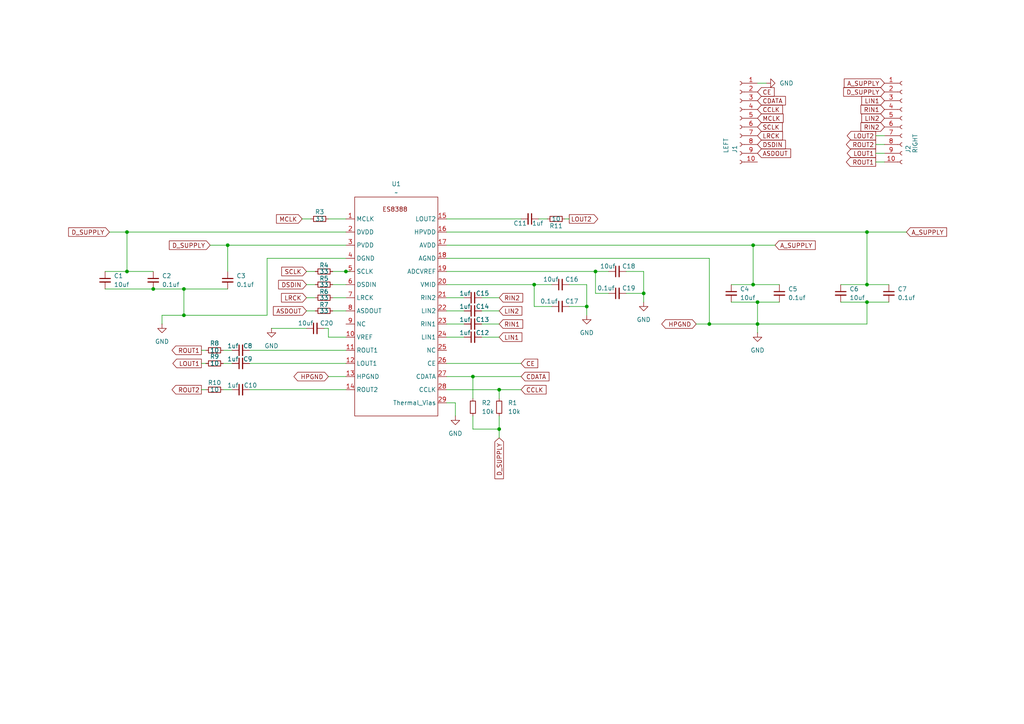
<source format=kicad_sch>
(kicad_sch (version 20231120) (generator "eeschema") (generator_version "8.0")
  (paper "A4")
  (lib_symbols
    (symbol "BreadModular_Symbols:ES8388"
      (property "Reference" "U" (at 0 0 0))
      (symbol "ES8388_0_1"
        (rectangle (start -11.43 24.13) (end 12.7 -39.37))
      )
      (symbol "ES8388_1_1"
        (text "ES8388" (at 0.254 20.574 0) (effects (font (size 1.27 1.27))))
        (pin input line (at -13.97 17.78 0) (length 2.54) (name "MCLK") (number "1"))
        (pin input line (at -13.97 -16.51 0) (length 2.54) (name "VREF") (number "10"))
        (pin input line (at -13.97 -20.32 0) (length 2.54) (name "ROUT1") (number "11"))
        (pin input line (at -13.97 -24.13 0) (length 2.54) (name "LOUT1") (number "12"))
        (pin input line (at -13.97 -27.94 0) (length 2.54) (name "HPGND") (number "13"))
        (pin input line (at -13.97 -31.75 0) (length 2.54) (name "ROUT2") (number "14"))
        (pin input line (at 15.24 17.78 180) (length 2.54) (name "LOUT2") (number "15"))
        (pin input line (at 15.24 13.97 180) (length 2.54) (name "HPVDD") (number "16"))
        (pin input line (at 15.24 10.16 180) (length 2.54) (name "AVDD") (number "17"))
        (pin input line (at 15.24 6.35 180) (length 2.54) (name "AGND") (number "18"))
        (pin input line (at 15.24 2.54 180) (length 2.54) (name "ADCVREF") (number "19"))
        (pin input line (at -13.97 13.97 0) (length 2.54) (name "DVDD") (number "2"))
        (pin input line (at 15.24 -1.27 180) (length 2.54) (name "VMID") (number "20"))
        (pin input line (at 15.24 -5.08 180) (length 2.54) (name "RIN2") (number "21"))
        (pin input line (at 15.24 -8.89 180) (length 2.54) (name "LIN2") (number "22"))
        (pin input line (at 15.24 -12.7 180) (length 2.54) (name "RIN1") (number "23"))
        (pin input line (at 15.24 -16.51 180) (length 2.54) (name "LIN1") (number "24"))
        (pin input line (at 15.24 -20.32 180) (length 2.54) (name "NC") (number "25"))
        (pin input line (at 15.24 -24.13 180) (length 2.54) (name "CE") (number "26"))
        (pin input line (at 15.24 -27.94 180) (length 2.54) (name "CDATA") (number "27"))
        (pin input line (at 15.24 -31.75 180) (length 2.54) (name "CCLK") (number "28"))
        (pin input line (at 15.24 -35.56 180) (length 2.54) (name "Thermal_Vias") (number "29"))
        (pin input line (at -13.97 10.16 0) (length 2.54) (name "PVDD") (number "3"))
        (pin input line (at -13.97 6.35 0) (length 2.54) (name "DGND") (number "4"))
        (pin input line (at -13.97 2.54 0) (length 2.54) (name "SCLK") (number "5"))
        (pin input line (at -13.97 -1.27 0) (length 2.54) (name "DSDIN") (number "6"))
        (pin input line (at -13.97 -5.08 0) (length 2.54) (name "LRCK") (number "7"))
        (pin input line (at -13.97 -8.89 0) (length 2.54) (name "ASDOUT") (number "8"))
        (pin input line (at -13.97 -12.7 0) (length 2.54) (name "NC") (number "9"))
      )
    )
    (symbol "Connector:Conn_01x10_Socket" (pin_names (offset 1.016) hide)
      (property "Reference" "J" (at 0 12.7 0))
      (property "Value" "Conn_01x10_Socket" (at 0 -15.24 0))
      (symbol "Conn_01x10_Socket_1_1"
        (arc (start 0 -12.192) (mid -0.5058 -12.7) (end 0 -13.208) (stroke (width 0.1524)))
        (arc (start 0 -9.652) (mid -0.5058 -10.16) (end 0 -10.668) (stroke (width 0.1524)))
        (arc (start 0 -7.112) (mid -0.5058 -7.62) (end 0 -8.128) (stroke (width 0.1524)))
        (arc (start 0 -4.572) (mid -0.5058 -5.08) (end 0 -5.588) (stroke (width 0.1524)))
        (arc (start 0 -2.032) (mid -0.5058 -2.54) (end 0 -3.048) (stroke (width 0.1524)))
        (polyline (pts (xy -1.27 -12.7) (xy -0.508 -12.7)) (stroke (width 0.1524)))
        (polyline (pts (xy -1.27 -10.16) (xy -0.508 -10.16)) (stroke (width 0.1524)))
        (polyline (pts (xy -1.27 -7.62) (xy -0.508 -7.62)) (stroke (width 0.1524)))
        (polyline (pts (xy -1.27 -5.08) (xy -0.508 -5.08)) (stroke (width 0.1524)))
        (polyline (pts (xy -1.27 -2.54) (xy -0.508 -2.54)) (stroke (width 0.1524)))
        (polyline (pts (xy -1.27 0) (xy -0.508 0)) (stroke (width 0.1524)))
        (polyline (pts (xy -1.27 2.54) (xy -0.508 2.54)) (stroke (width 0.1524)))
        (polyline (pts (xy -1.27 5.08) (xy -0.508 5.08)) (stroke (width 0.1524)))
        (polyline (pts (xy -1.27 7.62) (xy -0.508 7.62)) (stroke (width 0.1524)))
        (polyline (pts (xy -1.27 10.16) (xy -0.508 10.16)) (stroke (width 0.1524)))
        (arc (start 0 0.508) (mid -0.5058 0) (end 0 -0.508) (stroke (width 0.1524)))
        (arc (start 0 3.048) (mid -0.5058 2.54) (end 0 2.032) (stroke (width 0.1524)))
        (arc (start 0 5.588) (mid -0.5058 5.08) (end 0 4.572) (stroke (width 0.1524)))
        (arc (start 0 8.128) (mid -0.5058 7.62) (end 0 7.112) (stroke (width 0.1524)))
        (arc (start 0 10.668) (mid -0.5058 10.16) (end 0 9.652) (stroke (width 0.1524)))
        (pin passive line (at -5.08 10.16 0) (length 3.81) (name "Pin_1") (number "1"))
        (pin passive line (at -5.08 -12.7 0) (length 3.81) (name "Pin_10") (number "10"))
        (pin passive line (at -5.08 7.62 0) (length 3.81) (name "Pin_2") (number "2"))
        (pin passive line (at -5.08 5.08 0) (length 3.81) (name "Pin_3") (number "3"))
        (pin passive line (at -5.08 2.54 0) (length 3.81) (name "Pin_4") (number "4"))
        (pin passive line (at -5.08 0 0) (length 3.81) (name "Pin_5") (number "5"))
        (pin passive line (at -5.08 -2.54 0) (length 3.81) (name "Pin_6") (number "6"))
        (pin passive line (at -5.08 -5.08 0) (length 3.81) (name "Pin_7") (number "7"))
        (pin passive line (at -5.08 -7.62 0) (length 3.81) (name "Pin_8") (number "8"))
        (pin passive line (at -5.08 -10.16 0) (length 3.81) (name "Pin_9") (number "9"))
      )
    )
    (symbol "Device:C_Small" (pin_numbers hide) (pin_names (offset 0.254) hide)
      (property "Reference" "C" (at 0.254 1.778 0))
      (property "Value" "C_Small" (at 0.254 -2.032 0))
      (symbol "C_Small_0_1"
        (polyline (pts (xy -1.524 -0.508) (xy 1.524 -0.508)) (stroke (width 0.3302)))
        (polyline (pts (xy -1.524 0.508) (xy 1.524 0.508)) (stroke (width 0.3048)))
      )
      (symbol "C_Small_1_1"
        (pin passive line (at 0 2.54 270) (length 2.032) (name "~") (number "1"))
        (pin passive line (at 0 -2.54 90) (length 2.032) (name "~") (number "2"))
      )
    )
    (symbol "Device:R_Small" (pin_numbers hide) (pin_names (offset 0.254) hide)
      (property "Reference" "R" (at 0.762 0.508 0))
      (property "Value" "R_Small" (at 0.762 -1.016 0))
      (symbol "R_Small_0_1"
        (rectangle (start -0.762 1.778) (end 0.762 -1.778) (stroke (width 0.2032)))
      )
      (symbol "R_Small_1_1"
        (pin passive line (at 0 2.54 270) (length 0.762) (name "~") (number "1"))
        (pin passive line (at 0 -2.54 90) (length 0.762) (name "~") (number "2"))
      )
    )
    (symbol "power:GND" (power) (pin_numbers hide) (pin_names (offset 0) hide)
      (property "Value" "GND" (at 0 -3.81 0))
      (symbol "GND_0_1"
        (polyline (pts (xy 0 0) (xy 0 -1.27) (xy 1.27 -1.27) (xy 0 -2.54) (xy -1.27 -1.27) (xy 0 -1.27)))
      )
      (symbol "GND_1_1"
        (pin power_in line (at 0 0 270) (length 0) (name "~") (number "1"))
      )
    )
  )
  (junction (at 144.78 113.03))
  (junction (at 44.45 83.82))
  (junction (at 144.78 124.46))
  (junction (at 170.18 88.9))
  (junction (at 66.04 71.12))
  (junction (at 53.34 83.82))
  (junction (at 186.69 85.09))
  (junction (at 218.44 71.12))
  (junction (at 36.83 67.31))
  (junction (at 251.46 87.63))
  (junction (at 53.34 91.44))
  (junction (at 251.46 67.31))
  (junction (at 218.44 82.55))
  (junction (at 219.71 93.98))
  (junction (at 154.94 82.55))
  (junction (at 100.33 78.74))
  (junction (at 219.71 87.63))
  (junction (at 137.16 109.22))
  (junction (at 36.83 78.74))
  (junction (at 205.74 93.98))
  (junction (at 251.46 82.55))
  (junction (at 172.72 78.74))
  (wire (pts (xy 88.9 82.55) (xy 91.44 82.55)))
  (wire (pts (xy 176.53 85.09) (xy 172.72 85.09)))
  (wire (pts (xy 144.78 97.79) (xy 139.7 97.79)))
  (wire (pts (xy 172.72 85.09) (xy 172.72 78.74)))
  (wire (pts (xy 134.62 86.36) (xy 129.54 86.36)))
  (wire (pts (xy 205.74 93.98) (xy 219.71 93.98)))
  (wire (pts (xy 129.54 67.31) (xy 251.46 67.31)))
  (wire (pts (xy 144.78 90.17) (xy 139.7 90.17)))
  (wire (pts (xy 156.21 63.5) (xy 158.75 63.5)))
  (wire (pts (xy 137.16 109.22) (xy 151.13 109.22)))
  (wire (pts (xy 129.54 74.93) (xy 205.74 74.93)))
  (wire (pts (xy 243.84 87.63) (xy 251.46 87.63)))
  (wire (pts (xy 88.9 90.17) (xy 91.44 90.17)))
  (wire (pts (xy 137.16 124.46) (xy 144.78 124.46)))
  (wire (pts (xy 93.98 95.25) (xy 95.25 95.25)))
  (wire (pts (xy 95.25 109.22) (xy 100.33 109.22)))
  (wire (pts (xy 96.52 82.55) (xy 100.33 82.55)))
  (wire (pts (xy 53.34 83.82) (xy 66.04 83.82)))
  (wire (pts (xy 144.78 86.36) (xy 139.7 86.36)))
  (wire (pts (xy 205.74 74.93) (xy 205.74 93.98)))
  (wire (pts (xy 30.48 78.74) (xy 36.83 78.74)))
  (wire (pts (xy 154.94 88.9) (xy 154.94 82.55)))
  (wire (pts (xy 60.96 71.12) (xy 66.04 71.12)))
  (wire (pts (xy 134.62 97.79) (xy 129.54 97.79)))
  (wire (pts (xy 96.52 90.17) (xy 100.33 90.17)))
  (wire (pts (xy 144.78 113.03) (xy 151.13 113.03)))
  (wire (pts (xy 95.25 95.25) (xy 95.25 97.79)))
  (wire (pts (xy 58.42 101.6) (xy 59.69 101.6)))
  (wire (pts (xy 95.25 97.79) (xy 100.33 97.79)))
  (wire (pts (xy 251.46 93.98) (xy 219.71 93.98)))
  (wire (pts (xy 53.34 83.82) (xy 53.34 91.44)))
  (wire (pts (xy 95.25 63.5) (xy 100.33 63.5)))
  (wire (pts (xy 219.71 87.63) (xy 226.06 87.63)))
  (wire (pts (xy 144.78 93.98) (xy 139.7 93.98)))
  (wire (pts (xy 129.54 71.12) (xy 218.44 71.12)))
  (wire (pts (xy 144.78 124.46) (xy 144.78 127)))
  (wire (pts (xy 251.46 67.31) (xy 251.46 82.55)))
  (wire (pts (xy 87.63 63.5) (xy 90.17 63.5)))
  (wire (pts (xy 77.47 74.93) (xy 100.33 74.93)))
  (wire (pts (xy 134.62 90.17) (xy 129.54 90.17)))
  (wire (pts (xy 251.46 87.63) (xy 251.46 93.98)))
  (wire (pts (xy 218.44 71.12) (xy 218.44 82.55)))
  (wire (pts (xy 46.99 93.98) (xy 46.99 91.44)))
  (wire (pts (xy 53.34 91.44) (xy 77.47 91.44)))
  (wire (pts (xy 67.31 101.6) (xy 64.77 101.6)))
  (wire (pts (xy 44.45 83.82) (xy 53.34 83.82)))
  (wire (pts (xy 96.52 78.74) (xy 100.33 78.74)))
  (wire (pts (xy 72.39 113.03) (xy 100.33 113.03)))
  (wire (pts (xy 88.9 86.36) (xy 91.44 86.36)))
  (wire (pts (xy 129.54 105.41) (xy 151.13 105.41)))
  (wire (pts (xy 254 41.91) (xy 256.54 41.91)))
  (wire (pts (xy 243.84 82.55) (xy 251.46 82.55)))
  (wire (pts (xy 172.72 78.74) (xy 176.53 78.74)))
  (wire (pts (xy 219.71 87.63) (xy 219.71 93.98)))
  (wire (pts (xy 96.52 86.36) (xy 100.33 86.36)))
  (wire (pts (xy 144.78 115.57) (xy 144.78 113.03)))
  (wire (pts (xy 137.16 109.22) (xy 137.16 115.57)))
  (wire (pts (xy 219.71 24.13) (xy 222.25 24.13)))
  (wire (pts (xy 31.75 67.31) (xy 36.83 67.31)))
  (wire (pts (xy 46.99 91.44) (xy 53.34 91.44)))
  (wire (pts (xy 129.54 113.03) (xy 144.78 113.03)))
  (wire (pts (xy 129.54 109.22) (xy 137.16 109.22)))
  (wire (pts (xy 154.94 82.55) (xy 129.54 82.55)))
  (wire (pts (xy 66.04 71.12) (xy 66.04 78.74)))
  (wire (pts (xy 160.02 88.9) (xy 154.94 88.9)))
  (wire (pts (xy 254 39.37) (xy 256.54 39.37)))
  (wire (pts (xy 66.04 71.12) (xy 100.33 71.12)))
  (wire (pts (xy 186.69 78.74) (xy 186.69 85.09)))
  (wire (pts (xy 254 46.99) (xy 256.54 46.99)))
  (wire (pts (xy 219.71 96.52) (xy 219.71 93.98)))
  (wire (pts (xy 160.02 82.55) (xy 154.94 82.55)))
  (wire (pts (xy 181.61 78.74) (xy 186.69 78.74)))
  (wire (pts (xy 132.08 116.84) (xy 132.08 120.65)))
  (wire (pts (xy 186.69 85.09) (xy 186.69 87.63)))
  (wire (pts (xy 72.39 101.6) (xy 100.33 101.6)))
  (wire (pts (xy 88.9 78.74) (xy 91.44 78.74)))
  (wire (pts (xy 170.18 82.55) (xy 170.18 88.9)))
  (wire (pts (xy 129.54 78.74) (xy 172.72 78.74)))
  (wire (pts (xy 224.79 71.12) (xy 218.44 71.12)))
  (wire (pts (xy 36.83 67.31) (xy 100.33 67.31)))
  (wire (pts (xy 144.78 120.65) (xy 144.78 124.46)))
  (wire (pts (xy 67.31 113.03) (xy 64.77 113.03)))
  (wire (pts (xy 251.46 82.55) (xy 257.81 82.55)))
  (wire (pts (xy 212.09 87.63) (xy 219.71 87.63)))
  (wire (pts (xy 218.44 82.55) (xy 226.06 82.55)))
  (wire (pts (xy 165.1 63.5) (xy 163.83 63.5)))
  (wire (pts (xy 254 44.45) (xy 256.54 44.45)))
  (wire (pts (xy 201.93 93.98) (xy 205.74 93.98)))
  (wire (pts (xy 181.61 85.09) (xy 186.69 85.09)))
  (wire (pts (xy 36.83 78.74) (xy 44.45 78.74)))
  (wire (pts (xy 251.46 87.63) (xy 257.81 87.63)))
  (wire (pts (xy 170.18 88.9) (xy 170.18 91.44)))
  (wire (pts (xy 36.83 67.31) (xy 36.83 78.74)))
  (wire (pts (xy 212.09 82.55) (xy 218.44 82.55)))
  (wire (pts (xy 134.62 93.98) (xy 129.54 93.98)))
  (wire (pts (xy 251.46 67.31) (xy 262.89 67.31)))
  (wire (pts (xy 137.16 120.65) (xy 137.16 124.46)))
  (wire (pts (xy 165.1 82.55) (xy 170.18 82.55)))
  (wire (pts (xy 58.42 105.41) (xy 59.69 105.41)))
  (wire (pts (xy 151.13 63.5) (xy 129.54 63.5)))
  (wire (pts (xy 72.39 105.41) (xy 100.33 105.41)))
  (wire (pts (xy 67.31 105.41) (xy 64.77 105.41)))
  (wire (pts (xy 129.54 116.84) (xy 132.08 116.84)))
  (wire (pts (xy 78.74 95.25) (xy 88.9 95.25)))
  (wire (pts (xy 77.47 91.44) (xy 77.47 74.93)))
  (wire (pts (xy 100.33 78.74) (xy 101.6 78.74)))
  (wire (pts (xy 165.1 88.9) (xy 170.18 88.9)))
  (wire (pts (xy 30.48 83.82) (xy 44.45 83.82)))
  (wire (pts (xy 58.42 113.03) (xy 59.69 113.03)))
  (global_label "RIN1" (shape input) (at 256.54 31.75 180) (property "Intersheetrefs" "${INTERSHEET_REFS}" (effects (hide yes))))
  (global_label "DSDIN" (shape input) (at 219.71 41.91 0) (property "Intersheetrefs" "${INTERSHEET_REFS}" (effects (hide yes))))
  (global_label "ROUT1" (shape output) (at 254 46.99 180) (property "Intersheetrefs" "${INTERSHEET_REFS}" (effects (hide yes))))
  (global_label "LIN2" (shape input) (at 144.78 90.17 0) (property "Intersheetrefs" "${INTERSHEET_REFS}" (effects (hide yes))))
  (global_label "LOUT2" (shape output) (at 165.1 63.5 0) (property "Intersheetrefs" "${INTERSHEET_REFS}" (effects (hide yes))))
  (global_label "ASDOUT" (shape input) (at 88.9 90.17 180) (property "Intersheetrefs" "${INTERSHEET_REFS}" (effects (hide yes))))
  (global_label "HPGND" (shape bidirectional) (at 201.93 93.98 180) (property "Intersheetrefs" "${INTERSHEET_REFS}" (effects (hide yes))))
  (global_label "A_SUPPLY" (shape input) (at 256.54 24.13 180) (property "Intersheetrefs" "${INTERSHEET_REFS}" (effects (hide yes))))
  (global_label "ROUT2" (shape output) (at 58.42 113.03 180) (property "Intersheetrefs" "${INTERSHEET_REFS}" (effects (hide yes))))
  (global_label "MCLK" (shape input) (at 219.71 34.29 0) (property "Intersheetrefs" "${INTERSHEET_REFS}" (effects (hide yes))))
  (global_label "MCLK" (shape input) (at 87.63 63.5 180) (property "Intersheetrefs" "${INTERSHEET_REFS}" (effects (hide yes))))
  (global_label "RIN1" (shape input) (at 144.78 93.98 0) (property "Intersheetrefs" "${INTERSHEET_REFS}" (effects (hide yes))))
  (global_label "LOUT2" (shape output) (at 254 39.37 180) (property "Intersheetrefs" "${INTERSHEET_REFS}" (effects (hide yes))))
  (global_label "ASDOUT" (shape input) (at 219.71 44.45 0) (property "Intersheetrefs" "${INTERSHEET_REFS}" (effects (hide yes))))
  (global_label "SCLK" (shape input) (at 88.9 78.74 180) (property "Intersheetrefs" "${INTERSHEET_REFS}" (effects (hide yes))))
  (global_label "LIN1" (shape input) (at 144.78 97.79 0) (property "Intersheetrefs" "${INTERSHEET_REFS}" (effects (hide yes))))
  (global_label "A_SUPPLY" (shape input) (at 262.89 67.31 0) (property "Intersheetrefs" "${INTERSHEET_REFS}" (effects (hide yes))))
  (global_label "D_SUPPLY" (shape input) (at 256.54 26.67 180) (property "Intersheetrefs" "${INTERSHEET_REFS}" (effects (hide yes))))
  (global_label "DSDIN" (shape input) (at 88.9 82.55 180) (property "Intersheetrefs" "${INTERSHEET_REFS}" (effects (hide yes))))
  (global_label "ROUT2" (shape output) (at 254 41.91 180) (property "Intersheetrefs" "${INTERSHEET_REFS}" (effects (hide yes))))
  (global_label "RIN2" (shape input) (at 144.78 86.36 0) (property "Intersheetrefs" "${INTERSHEET_REFS}" (effects (hide yes))))
  (global_label "CCLK" (shape input) (at 219.71 31.75 0) (property "Intersheetrefs" "${INTERSHEET_REFS}" (effects (hide yes))))
  (global_label "LIN1" (shape input) (at 256.54 29.21 180) (property "Intersheetrefs" "${INTERSHEET_REFS}" (effects (hide yes))))
  (global_label "CDATA" (shape input) (at 151.13 109.22 0) (property "Intersheetrefs" "${INTERSHEET_REFS}" (effects (hide yes))))
  (global_label "LRCK" (shape input) (at 88.9 86.36 180) (property "Intersheetrefs" "${INTERSHEET_REFS}" (effects (hide yes))))
  (global_label "D_SUPPLY" (shape input) (at 60.96 71.12 180) (property "Intersheetrefs" "${INTERSHEET_REFS}" (effects (hide yes))))
  (global_label "ROUT1" (shape output) (at 58.42 101.6 180) (property "Intersheetrefs" "${INTERSHEET_REFS}" (effects (hide yes))))
  (global_label "LRCK" (shape input) (at 219.71 39.37 0) (property "Intersheetrefs" "${INTERSHEET_REFS}" (effects (hide yes))))
  (global_label "CE" (shape input) (at 219.71 26.67 0) (property "Intersheetrefs" "${INTERSHEET_REFS}" (effects (hide yes))))
  (global_label "HPGND" (shape bidirectional) (at 95.25 109.22 180) (property "Intersheetrefs" "${INTERSHEET_REFS}" (effects (hide yes))))
  (global_label "A_SUPPLY" (shape input) (at 224.79 71.12 0) (property "Intersheetrefs" "${INTERSHEET_REFS}" (effects (hide yes))))
  (global_label "RIN2" (shape input) (at 256.54 36.83 180) (property "Intersheetrefs" "${INTERSHEET_REFS}" (effects (hide yes))))
  (global_label "LIN2" (shape input) (at 256.54 34.29 180) (property "Intersheetrefs" "${INTERSHEET_REFS}" (effects (hide yes))))
  (global_label "D_SUPPLY" (shape input) (at 144.78 127 270) (property "Intersheetrefs" "${INTERSHEET_REFS}" (effects (hide yes))))
  (global_label "CDATA" (shape input) (at 219.71 29.21 0) (property "Intersheetrefs" "${INTERSHEET_REFS}" (effects (hide yes))))
  (global_label "LOUT1" (shape output) (at 254 44.45 180) (property "Intersheetrefs" "${INTERSHEET_REFS}" (effects (hide yes))))
  (global_label "SCLK" (shape input) (at 219.71 36.83 0) (property "Intersheetrefs" "${INTERSHEET_REFS}" (effects (hide yes))))
  (global_label "CE" (shape input) (at 151.13 105.41 0) (property "Intersheetrefs" "${INTERSHEET_REFS}" (effects (hide yes))))
  (global_label "LOUT1" (shape output) (at 58.42 105.41 180) (property "Intersheetrefs" "${INTERSHEET_REFS}" (effects (hide yes))))
  (global_label "D_SUPPLY" (shape input) (at 31.75 67.31 180) (property "Intersheetrefs" "${INTERSHEET_REFS}" (effects (hide yes))))
  (global_label "CCLK" (shape input) (at 151.13 113.03 0) (property "Intersheetrefs" "${INTERSHEET_REFS}" (effects (hide yes))))
  (symbol (lib_id "Device:C_Small") (at 66.04 81.28 0) (unit 1)
    (property "Reference" "C3" (at 68.58 80.0162 0) (effects (justify left)))
    (property "Value" "0.1uf" (at 68.58 82.5562 0) (effects (justify left)))
    (property "Footprint" "Capacitor_SMD:C_0402_1005Metric" (effects (hide yes)))
    (property "Description" "Unpolarized capacitor, small symbol" (effects (hide yes)))
  )
  (symbol (lib_id "BreadModular_Symbols:ES8388") (at 114.3 81.28 0) (unit 1)
    (property "Reference" "U1" (at 114.935 53.34 0))
    (property "Value" "~" (at 114.935 55.88 0))
    (property "Footprint" "Package_DFN_QFN:QFN-28-1EP_4x4mm_P0.45mm_EP2.4x2.4mm_ThermalVias" (effects (hide yes)))
  )
  (symbol (lib_id "Device:C_Small") (at 137.16 90.17 90) (unit 1)
    (property "Reference" "C14" (at 139.954 88.9 90))
    (property "Value" "1uf" (at 134.874 88.9 90))
    (property "Footprint" "Capacitor_SMD:C_0402_1005Metric" (effects (hide yes)))
    (property "Description" "Unpolarized capacitor, small symbol" (effects (hide yes)))
  )
  (symbol (lib_id "power:GND") (at 222.25 24.13 90) (unit 1)
    (property "Reference" "#PWR01" (effects (hide yes)))
    (property "Value" "GND" (at 226.06 24.1299 90) (effects (justify right)))
    (property "Description" "Power symbol creates a global label with name \"GND\" , ground" (effects (hide yes)))
  )
  (symbol (lib_id "power:GND") (at 46.99 93.98 0) (unit 1)
    (property "Reference" "#PWR03" (effects (hide yes)))
    (property "Value" "GND" (at 46.99 99.06 0))
    (property "Description" "Power symbol creates a global label with name \"GND\" , ground" (effects (hide yes)))
  )
  (symbol (lib_id "Device:C_Small") (at 153.67 63.5 270) (unit 1)
    (property "Reference" "C11" (at 150.876 64.77 90))
    (property "Value" "1uf" (at 155.956 64.77 90))
    (property "Footprint" "Capacitor_SMD:C_0402_1005Metric" (effects (hide yes)))
    (property "Description" "Unpolarized capacitor, small symbol" (effects (hide yes)))
  )
  (symbol (lib_id "Device:R_Small") (at 93.98 78.74 90) (unit 1)
    (property "Reference" "R4" (at 93.98 76.962 90))
    (property "Value" "33" (at 93.98 78.74 90))
    (property "Footprint" "Resistor_SMD:R_0402_1005Metric" (effects (hide yes)))
    (property "Description" "Resistor, small symbol" (effects (hide yes)))
  )
  (symbol (lib_id "Device:C_Small") (at 30.48 81.28 0) (unit 1)
    (property "Reference" "C1" (at 33.02 80.0162 0) (effects (justify left)))
    (property "Value" "10uf" (at 33.02 82.5562 0) (effects (justify left)))
    (property "Footprint" "Capacitor_SMD:C_0402_1005Metric" (effects (hide yes)))
    (property "Description" "Unpolarized capacitor, small symbol" (effects (hide yes)))
  )
  (symbol (lib_id "Device:R_Small") (at 62.23 113.03 90) (unit 1)
    (property "Reference" "R10" (at 62.23 110.998 90))
    (property "Value" "10" (at 62.23 113.03 90))
    (property "Footprint" "Resistor_SMD:R_0402_1005Metric" (effects (hide yes)))
    (property "Description" "Resistor, small symbol" (effects (hide yes)))
  )
  (symbol (lib_id "Device:C_Small") (at 226.06 85.09 0) (unit 1)
    (property "Reference" "C5" (at 228.6 83.8262 0) (effects (justify left)))
    (property "Value" "0.1uf" (at 228.6 86.3662 0) (effects (justify left)))
    (property "Footprint" "Capacitor_SMD:C_0402_1005Metric" (effects (hide yes)))
    (property "Description" "Unpolarized capacitor, small symbol" (effects (hide yes)))
  )
  (symbol (lib_id "Device:C_Small") (at 137.16 97.79 90) (unit 1)
    (property "Reference" "C12" (at 139.954 96.52 90))
    (property "Value" "1uf" (at 134.874 96.52 90))
    (property "Footprint" "Capacitor_SMD:C_0402_1005Metric" (effects (hide yes)))
    (property "Description" "Unpolarized capacitor, small symbol" (effects (hide yes)))
  )
  (symbol (lib_id "Device:C_Small") (at 257.81 85.09 0) (unit 1)
    (property "Reference" "C7" (at 260.35 83.8262 0) (effects (justify left)))
    (property "Value" "0.1uf" (at 260.35 86.3662 0) (effects (justify left)))
    (property "Footprint" "Capacitor_SMD:C_0402_1005Metric" (effects (hide yes)))
    (property "Description" "Unpolarized capacitor, small symbol" (effects (hide yes)))
  )
  (symbol (lib_id "Device:C_Small") (at 162.56 88.9 90) (unit 1)
    (property "Reference" "C17" (at 165.862 87.376 90))
    (property "Value" "0.1uf" (at 159.258 87.376 90))
    (property "Footprint" "Capacitor_SMD:C_0402_1005Metric" (effects (hide yes)))
    (property "Description" "Unpolarized capacitor, small symbol" (effects (hide yes)))
  )
  (symbol (lib_id "Device:R_Small") (at 161.29 63.5 270) (unit 1)
    (property "Reference" "R11" (at 161.29 65.532 90))
    (property "Value" "10" (at 161.29 63.5 90))
    (property "Footprint" "Resistor_SMD:R_0402_1005Metric" (effects (hide yes)))
    (property "Description" "Resistor, small symbol" (effects (hide yes)))
  )
  (symbol (lib_id "Device:C_Small") (at 137.16 93.98 90) (unit 1)
    (property "Reference" "C13" (at 139.954 92.71 90))
    (property "Value" "1uf" (at 134.874 92.71 90))
    (property "Footprint" "Capacitor_SMD:C_0402_1005Metric" (effects (hide yes)))
    (property "Description" "Unpolarized capacitor, small symbol" (effects (hide yes)))
  )
  (symbol (lib_id "Device:C_Small") (at 212.09 85.09 0) (unit 1)
    (property "Reference" "C4" (at 214.63 83.8262 0) (effects (justify left)))
    (property "Value" "10uf" (at 214.63 86.3662 0) (effects (justify left)))
    (property "Footprint" "Capacitor_SMD:C_0402_1005Metric" (effects (hide yes)))
    (property "Description" "Unpolarized capacitor, small symbol" (effects (hide yes)))
  )
  (symbol (lib_id "Device:C_Small") (at 179.07 85.09 90) (unit 1)
    (property "Reference" "C19" (at 182.372 83.566 90))
    (property "Value" "0.1uf" (at 175.768 83.566 90))
    (property "Footprint" "Capacitor_SMD:C_0402_1005Metric" (effects (hide yes)))
    (property "Description" "Unpolarized capacitor, small symbol" (effects (hide yes)))
  )
  (symbol (lib_id "Device:C_Small") (at 69.85 105.41 90) (unit 1)
    (property "Reference" "C9" (at 71.882 104.14 90))
    (property "Value" "1uf" (at 67.564 104.14 90))
    (property "Footprint" "Capacitor_SMD:C_0402_1005Metric" (effects (hide yes)))
    (property "Description" "Unpolarized capacitor, small symbol" (effects (hide yes)))
  )
  (symbol (lib_id "Device:C_Small") (at 91.44 95.25 90) (unit 1)
    (property "Reference" "C20" (at 94.742 93.726 90))
    (property "Value" "10uf" (at 88.646 93.726 90))
    (property "Footprint" "Capacitor_SMD:C_0402_1005Metric" (effects (hide yes)))
    (property "Description" "Unpolarized capacitor, small symbol" (effects (hide yes)))
  )
  (symbol (lib_id "power:GND") (at 186.69 87.63 0) (unit 1)
    (property "Reference" "#PWR05" (effects (hide yes)))
    (property "Value" "GND" (at 186.69 92.71 0))
    (property "Description" "Power symbol creates a global label with name \"GND\" , ground" (effects (hide yes)))
  )
  (symbol (lib_id "power:GND") (at 78.74 95.25 0) (unit 1)
    (property "Reference" "#PWR06" (effects (hide yes)))
    (property "Value" "GND" (at 78.74 100.33 0))
    (property "Description" "Power symbol creates a global label with name \"GND\" , ground" (effects (hide yes)))
  )
  (symbol (lib_id "Connector:Conn_01x10_Socket") (at 261.62 34.29 0) (unit 1)
    (property "Reference" "J2" (at 263.398 44.45 90) (effects (justify left)))
    (property "Value" "RIGHT" (at 265.43 44.45 90) (effects (justify left)))
    (property "Footprint" "Connector_PinSocket_2.54mm:PinSocket_1x10_P2.54mm_Vertical" (effects (hide yes)))
    (property "Description" "Generic connector, single row, 01x10, script generated" (effects (hide yes)))
  )
  (symbol (lib_id "Device:C_Small") (at 137.16 86.36 90) (unit 1)
    (property "Reference" "C15" (at 139.954 85.09 90))
    (property "Value" "1uf" (at 134.874 85.09 90))
    (property "Footprint" "Capacitor_SMD:C_0402_1005Metric" (effects (hide yes)))
    (property "Description" "Unpolarized capacitor, small symbol" (effects (hide yes)))
  )
  (symbol (lib_id "Device:R_Small") (at 144.78 118.11 0) (unit 1)
    (property "Reference" "R1" (at 147.32 116.8399 0) (effects (justify left)))
    (property "Value" "10k" (at 147.32 119.3799 0) (effects (justify left)))
    (property "Footprint" "Resistor_SMD:R_0402_1005Metric" (effects (hide yes)))
    (property "Description" "Resistor, small symbol" (effects (hide yes)))
  )
  (symbol (lib_id "power:GND") (at 132.08 120.65 0) (unit 1)
    (property "Reference" "#PWR07" (effects (hide yes)))
    (property "Value" "GND" (at 132.08 125.73 0))
    (property "Description" "Power symbol creates a global label with name \"GND\" , ground" (effects (hide yes)))
  )
  (symbol (lib_id "Connector:Conn_01x10_Socket") (at 214.63 34.29 0) (mirror y) (unit 1)
    (property "Reference" "J1" (at 213.106 44.45 90) (effects (justify left)))
    (property "Value" "LEFT" (at 210.566 44.45 90) (effects (justify left)))
    (property "Footprint" "Connector_PinSocket_2.54mm:PinSocket_1x10_P2.54mm_Vertical" (effects (hide yes)))
    (property "Description" "Generic connector, single row, 01x10, script generated" (effects (hide yes)))
  )
  (symbol (lib_id "Device:R_Small") (at 62.23 101.6 90) (unit 1)
    (property "Reference" "R8" (at 62.23 99.568 90))
    (property "Value" "10" (at 62.23 101.6 90))
    (property "Footprint" "Resistor_SMD:R_0402_1005Metric" (effects (hide yes)))
    (property "Description" "Resistor, small symbol" (effects (hide yes)))
  )
  (symbol (lib_id "power:GND") (at 219.71 96.52 0) (unit 1)
    (property "Reference" "#PWR02" (effects (hide yes)))
    (property "Value" "GND" (at 219.71 101.6 0))
    (property "Description" "Power symbol creates a global label with name \"GND\" , ground" (effects (hide yes)))
  )
  (symbol (lib_id "Device:C_Small") (at 69.85 101.6 90) (unit 1)
    (property "Reference" "C8" (at 71.882 100.33 90))
    (property "Value" "1uf" (at 67.564 100.33 90))
    (property "Footprint" "Capacitor_SMD:C_0402_1005Metric" (effects (hide yes)))
    (property "Description" "Unpolarized capacitor, small symbol" (effects (hide yes)))
  )
  (symbol (lib_id "Device:C_Small") (at 179.07 78.74 90) (unit 1)
    (property "Reference" "C18" (at 182.372 77.216 90))
    (property "Value" "10uf" (at 176.276 77.216 90))
    (property "Footprint" "Capacitor_SMD:C_0402_1005Metric" (effects (hide yes)))
    (property "Description" "Unpolarized capacitor, small symbol" (effects (hide yes)))
  )
  (symbol (lib_id "Device:C_Small") (at 69.85 113.03 90) (unit 1)
    (property "Reference" "C10" (at 72.644 111.76 90))
    (property "Value" "1uf" (at 67.564 111.76 90))
    (property "Footprint" "Capacitor_SMD:C_0402_1005Metric" (effects (hide yes)))
    (property "Description" "Unpolarized capacitor, small symbol" (effects (hide yes)))
  )
  (symbol (lib_id "Device:C_Small") (at 44.45 81.28 0) (unit 1)
    (property "Reference" "C2" (at 46.99 80.0162 0) (effects (justify left)))
    (property "Value" "0.1uf" (at 46.99 82.5562 0) (effects (justify left)))
    (property "Footprint" "Capacitor_SMD:C_0402_1005Metric" (effects (hide yes)))
    (property "Description" "Unpolarized capacitor, small symbol" (effects (hide yes)))
  )
  (symbol (lib_id "Device:R_Small") (at 93.98 90.17 90) (unit 1)
    (property "Reference" "R7" (at 93.98 88.392 90))
    (property "Value" "33" (at 93.98 90.17 90))
    (property "Footprint" "Resistor_SMD:R_0402_1005Metric" (effects (hide yes)))
    (property "Description" "Resistor, small symbol" (effects (hide yes)))
  )
  (symbol (lib_id "Device:C_Small") (at 243.84 85.09 0) (unit 1)
    (property "Reference" "C6" (at 246.38 83.8262 0) (effects (justify left)))
    (property "Value" "10uf" (at 246.38 86.3662 0) (effects (justify left)))
    (property "Footprint" "Capacitor_SMD:C_0402_1005Metric" (effects (hide yes)))
    (property "Description" "Unpolarized capacitor, small symbol" (effects (hide yes)))
  )
  (symbol (lib_id "Device:R_Small") (at 93.98 82.55 90) (unit 1)
    (property "Reference" "R5" (at 93.98 80.772 90))
    (property "Value" "33" (at 93.98 82.55 90))
    (property "Footprint" "Resistor_SMD:R_0402_1005Metric" (effects (hide yes)))
    (property "Description" "Resistor, small symbol" (effects (hide yes)))
  )
  (symbol (lib_id "Device:R_Small") (at 92.71 63.5 90) (unit 1)
    (property "Reference" "R3" (at 92.71 61.468 90))
    (property "Value" "33" (at 92.71 63.5 90))
    (property "Footprint" "Resistor_SMD:R_0402_1005Metric" (effects (hide yes)))
    (property "Description" "Resistor, small symbol" (effects (hide yes)))
  )
  (symbol (lib_id "Device:R_Small") (at 137.16 118.11 0) (unit 1)
    (property "Reference" "R2" (at 139.7 116.8399 0) (effects (justify left)))
    (property "Value" "10k" (at 139.7 119.3799 0) (effects (justify left)))
    (property "Footprint" "Resistor_SMD:R_0402_1005Metric" (effects (hide yes)))
    (property "Description" "Resistor, small symbol" (effects (hide yes)))
  )
  (symbol (lib_id "Device:C_Small") (at 162.56 82.55 90) (unit 1)
    (property "Reference" "C16" (at 165.862 81.026 90))
    (property "Value" "10uf" (at 159.766 81.026 90))
    (property "Footprint" "Capacitor_SMD:C_0402_1005Metric" (effects (hide yes)))
    (property "Description" "Unpolarized capacitor, small symbol" (effects (hide yes)))
  )
  (symbol (lib_id "Device:R_Small") (at 62.23 105.41 90) (unit 1)
    (property "Reference" "R9" (at 62.23 103.378 90))
    (property "Value" "10" (at 62.23 105.41 90))
    (property "Footprint" "Resistor_SMD:R_0402_1005Metric" (effects (hide yes)))
    (property "Description" "Resistor, small symbol" (effects (hide yes)))
  )
  (symbol (lib_id "Device:R_Small") (at 93.98 86.36 90) (unit 1)
    (property "Reference" "R6" (at 93.98 84.582 90))
    (property "Value" "33" (at 93.98 86.36 90))
    (property "Footprint" "Resistor_SMD:R_0402_1005Metric" (effects (hide yes)))
    (property "Description" "Resistor, small symbol" (effects (hide yes)))
  )
  (symbol (lib_id "power:GND") (at 170.18 91.44 0) (unit 1)
    (property "Reference" "#PWR04" (effects (hide yes)))
    (property "Value" "GND" (at 170.18 96.52 0))
    (property "Description" "Power symbol creates a global label with name \"GND\" , ground" (effects (hide yes)))
  )
)
</source>
